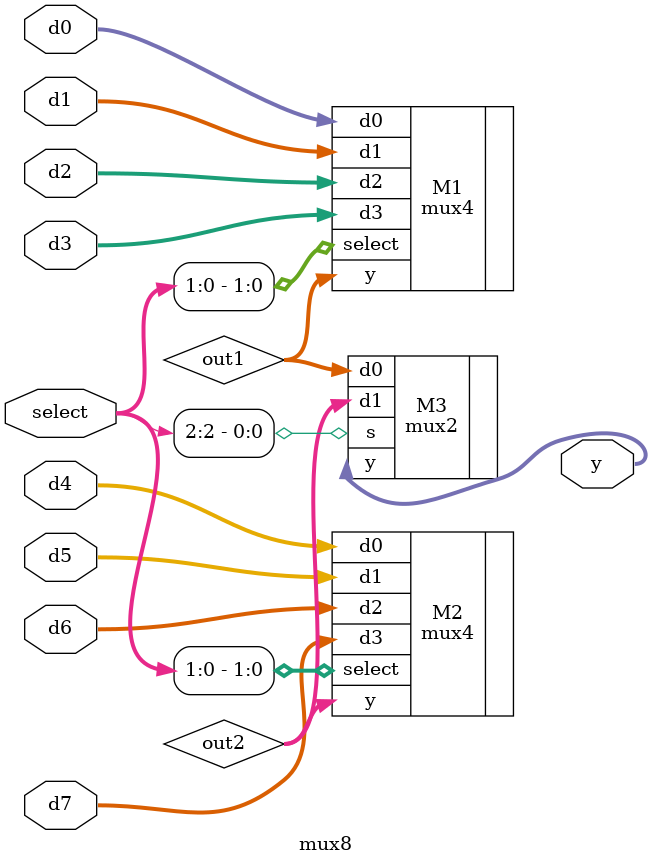
<source format=sv>
`timescale 1ns / 1ps


module mux8
    #(parameter WIDTH = 32)
    (input logic [WIDTH-1:0] d0, d1, d2, d3, d4, d5, d6, d7,
     input logic [2:0] select,
     output logic [WIDTH-1:0] y);

//assign y = (s == 2'b00) ? d0 :
//           (s == 2'b01) ? d1 :
//           (s == 2'b10) ? d2 :
//           (s == 2'b11) ? d3 ;

    wire [WIDTH-1:0]  out1;
    wire [WIDTH-1:0]out2;

mux4 #(WIDTH) M1(
    .d0(d0),
    .d1(d1),
    .d2(d2),
    .d3(d3),
    .select(select[1:0]),
    .y(out1)
    );

mux4 #(WIDTH) M2(
    .d0(d4),
    .d1(d5),
    .d2(d6),
    .d3(d7),
    .select(select[1:0]),
    .y(out2)
    );
mux2 #(WIDTH) M3(
    .d0(out1),
    .d1(out2),
    .s(select[2]),
    .y(y)
    );
endmodule

</source>
